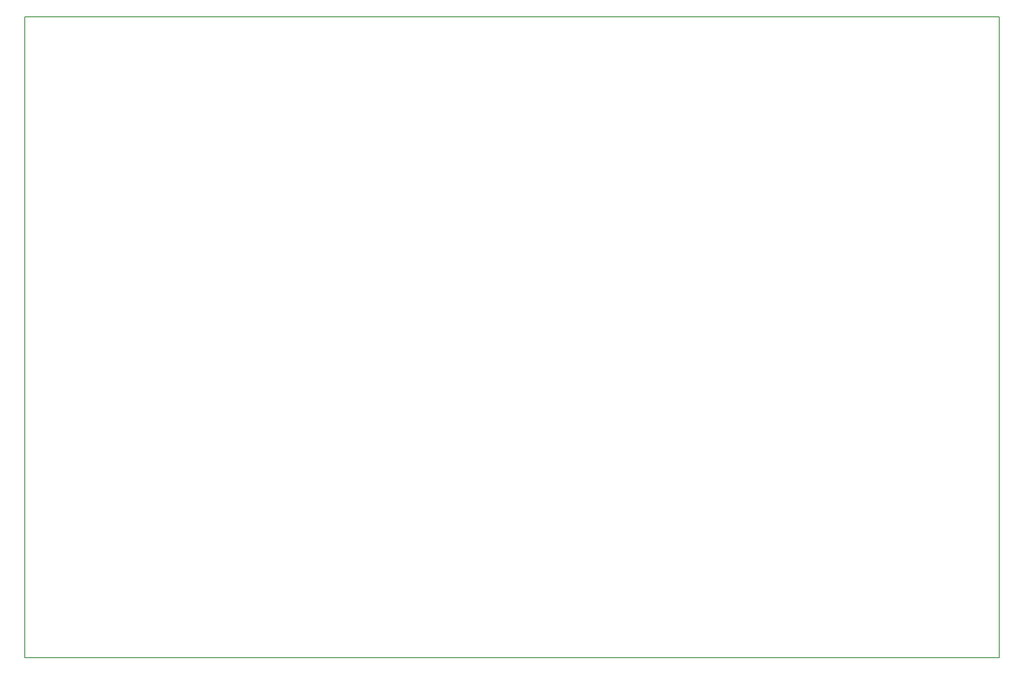
<source format=gm1>
G04 #@! TF.GenerationSoftware,KiCad,Pcbnew,(6.0.7)*
G04 #@! TF.CreationDate,2022-09-30T23:13:53-04:00*
G04 #@! TF.ProjectId,SH_controller_p,53485f63-6f6e-4747-926f-6c6c65725f70,rev?*
G04 #@! TF.SameCoordinates,Original*
G04 #@! TF.FileFunction,Profile,NP*
%FSLAX46Y46*%
G04 Gerber Fmt 4.6, Leading zero omitted, Abs format (unit mm)*
G04 Created by KiCad (PCBNEW (6.0.7)) date 2022-09-30 23:13:53*
%MOMM*%
%LPD*%
G01*
G04 APERTURE LIST*
G04 #@! TA.AperFunction,Profile*
%ADD10C,0.200000*%
G04 #@! TD*
G04 APERTURE END LIST*
D10*
X56680000Y-35800000D02*
X243260000Y-35800000D01*
X243260000Y-35800000D02*
X243260000Y-158560000D01*
X243260000Y-158560000D02*
X56680000Y-158560000D01*
X56680000Y-158560000D02*
X56680000Y-35800000D01*
M02*

</source>
